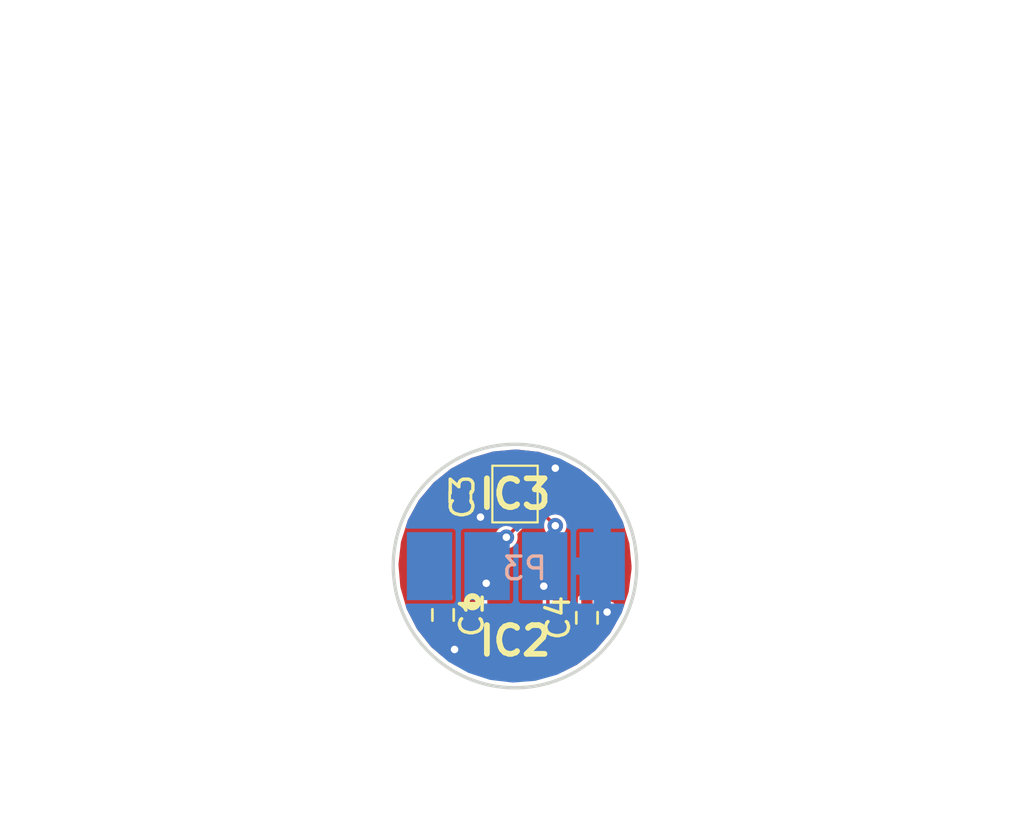
<source format=kicad_pcb>
(kicad_pcb (version 4) (host pcbnew 4.0.5)

  (general
    (links 19)
    (no_connects 2)
    (area 90.05 64.05 135.250001 100.450001)
    (thickness 1.6)
    (drawings 1)
    (tracks 43)
    (zones 0)
    (modules 6)
    (nets 7)
  )

  (page A4)
  (layers
    (0 F.Cu signal)
    (31 B.Cu signal)
    (36 B.SilkS user hide)
    (37 F.SilkS user hide)
    (38 B.Mask user hide)
    (39 F.Mask user hide)
    (40 Dwgs.User user hide)
    (42 Eco1.User user hide)
    (43 Eco2.User user hide)
    (44 Edge.Cuts user)
  )

  (setup
    (last_trace_width 0.1524)
    (trace_clearance 0.1524)
    (zone_clearance 0.1524)
    (zone_45_only yes)
    (trace_min 0.1524)
    (segment_width 0.2)
    (edge_width 0.15)
    (via_size 0.6858)
    (via_drill 0.3302)
    (via_min_size 0.6858)
    (via_min_drill 0.3302)
    (uvia_size 0.6858)
    (uvia_drill 0.3302)
    (uvias_allowed no)
    (uvia_min_size 0)
    (uvia_min_drill 0)
    (pcb_text_width 0.3)
    (pcb_text_size 1.5 1.5)
    (mod_edge_width 0.15)
    (mod_text_size 1 1)
    (mod_text_width 0.15)
    (pad_size 1.524 1.524)
    (pad_drill 0.762)
    (pad_to_mask_clearance 0.2)
    (aux_axis_origin 0 0)
    (visible_elements 7FFCD609)
    (pcbplotparams
      (layerselection 0x00030_80000001)
      (usegerberextensions false)
      (excludeedgelayer true)
      (linewidth 0.100000)
      (plotframeref false)
      (viasonmask false)
      (mode 1)
      (useauxorigin false)
      (hpglpennumber 1)
      (hpglpenspeed 20)
      (hpglpendiameter 15)
      (hpglpenoverlay 2)
      (psnegative false)
      (psa4output false)
      (plotreference true)
      (plotvalue true)
      (plotinvisibletext false)
      (padsonsilk false)
      (subtractmaskfromsilk false)
      (outputformat 1)
      (mirror false)
      (drillshape 1)
      (scaleselection 1)
      (outputdirectory ""))
  )

  (net 0 "")
  (net 1 GND)
  (net 2 "Net-(IC2-Pad3)")
  (net 3 "Net-(IC2-Pad4)")
  (net 4 VCC)
  (net 5 SDA)
  (net 6 SCL)

  (net_class Default "This is the default net class."
    (clearance 0.1524)
    (trace_width 0.1524)
    (via_dia 0.6858)
    (via_drill 0.3302)
    (uvia_dia 0.6858)
    (uvia_drill 0.3302)
    (add_net GND)
    (add_net "Net-(IC2-Pad3)")
    (add_net "Net-(IC2-Pad4)")
    (add_net SCL)
    (add_net SDA)
    (add_net VCC)
  )

  (module myLibrary:Conn_1x4_SMD (layer B.Cu) (tedit 5A3C33D1) (tstamp 5A3C332C)
    (at 112.903 90.932)
    (path /5A3CDF26)
    (fp_text reference P3 (at 0.3 -1.8) (layer B.SilkS)
      (effects (font (size 1 1) (thickness 0.15)) (justify mirror))
    )
    (fp_text value CONN_01X04 (at 0 0.5) (layer B.Fab) hide
      (effects (font (size 1 1) (thickness 0.15)) (justify mirror))
    )
    (fp_line (start 4.9 -0.25) (end -5.05 -0.25) (layer B.CrtYd) (width 0.15))
    (fp_line (start -5.05 -0.25) (end -5.05 -3.55) (layer B.CrtYd) (width 0.15))
    (fp_line (start -5.05 -3.55) (end 4.9 -3.55) (layer B.CrtYd) (width 0.15))
    (fp_line (start 4.9 -0.25) (end 4.9 -3.55) (layer B.CrtYd) (width 0.15))
    (pad 4 smd rect (at 3.72 -1.9) (size 2 3) (layers B.Cu B.Mask)
      (net 1 GND))
    (pad 1 smd rect (at -3.9 -1.9) (size 2 3) (layers B.Cu B.Mask)
      (net 4 VCC))
    (pad 2 smd rect (at -1.36 -1.9) (size 2 3) (layers B.Cu B.Mask)
      (net 5 SDA))
    (pad 3 smd rect (at 1.18 -1.9) (size 2 3) (layers B.Cu B.Mask)
      (net 6 SCL))
  )

  (module SON100P300X300X80-7N (layer F.Cu) (tedit 5A398D6B) (tstamp 5A3C08DE)
    (at 112.776 92.329)
    (descr "3x3 6-pin DFN_1")
    (tags "Integrated Circuit")
    (path /5A39C3A4)
    (attr smd)
    (fp_text reference IC2 (at 0 0) (layer F.SilkS)
      (effects (font (size 1.27 1.27) (thickness 0.254)))
    )
    (fp_text value Si7020-A20-GM (at 0 0) (layer F.SilkS) hide
      (effects (font (size 1.27 1.27) (thickness 0.254)))
    )
    (fp_line (start -2.125 -1.75) (end 2.125 -1.75) (layer Dwgs.User) (width 0.05))
    (fp_line (start 2.125 -1.75) (end 2.125 1.75) (layer Dwgs.User) (width 0.05))
    (fp_line (start 2.125 1.75) (end -2.125 1.75) (layer Dwgs.User) (width 0.05))
    (fp_line (start -2.125 1.75) (end -2.125 -1.75) (layer Dwgs.User) (width 0.05))
    (fp_line (start -1.5 -1.5) (end 1.5 -1.5) (layer Dwgs.User) (width 0.1))
    (fp_line (start 1.5 -1.5) (end 1.5 1.5) (layer Dwgs.User) (width 0.1))
    (fp_line (start 1.5 1.5) (end -1.5 1.5) (layer Dwgs.User) (width 0.1))
    (fp_line (start -1.5 1.5) (end -1.5 -1.5) (layer Dwgs.User) (width 0.1))
    (fp_line (start -1.5 -0.75) (end -0.75 -1.5) (layer Dwgs.User) (width 0.1))
    (fp_circle (center -1.875 -1.725) (end -1.75 -1.725) (layer F.SilkS) (width 0.254))
    (pad 1 smd rect (at -1.45 -1 90) (size 0.45 0.85) (layers F.Cu F.Mask)
      (net 5 SDA))
    (pad 2 smd rect (at -1.45 0 90) (size 0.45 0.85) (layers F.Cu F.Mask)
      (net 1 GND))
    (pad 3 smd rect (at -1.45 1 90) (size 0.45 0.85) (layers F.Cu F.Mask)
      (net 2 "Net-(IC2-Pad3)"))
    (pad 4 smd rect (at 1.45 1 90) (size 0.45 0.85) (layers F.Cu F.Mask)
      (net 3 "Net-(IC2-Pad4)"))
    (pad 5 smd rect (at 1.45 0 90) (size 0.45 0.85) (layers F.Cu F.Mask)
      (net 4 VCC))
    (pad 6 smd rect (at 1.45 -1 90) (size 0.45 0.85) (layers F.Cu F.Mask)
      (net 6 SCL))
    (pad 7 smd rect (at 0 0) (size 1.6 2.5) (layers F.Cu F.Mask)
      (net 1 GND))
  )

  (module 8-PIN-METAL-LID-LGA (layer F.Cu) (tedit 5A398CAC) (tstamp 5A3C08F2)
    (at 112.776 85.852)
    (descr "8-pin metal-lid LGA")
    (tags "Integrated Circuit")
    (path /5A39C4CC)
    (attr smd)
    (fp_text reference IC3 (at 0 0) (layer F.SilkS)
      (effects (font (size 1.27 1.27) (thickness 0.254)))
    )
    (fp_text value bmp280 (at 0 0) (layer F.SilkS) hide
      (effects (font (size 1.27 1.27) (thickness 0.254)))
    )
    (fp_line (start -1 -1.25) (end 1 -1.25) (layer F.SilkS) (width 0.1))
    (fp_line (start 1 -1.25) (end 1 1.25) (layer F.SilkS) (width 0.1))
    (fp_line (start 1 1.25) (end -1 1.25) (layer F.SilkS) (width 0.1))
    (fp_line (start -1 1.25) (end -1 -1.25) (layer F.SilkS) (width 0.1))
    (fp_line (start -1 -1.25) (end 1 -1.25) (layer Dwgs.User) (width 0.1))
    (fp_line (start 1 -1.25) (end 1 1.25) (layer Dwgs.User) (width 0.1))
    (fp_line (start 1 1.25) (end -1 1.25) (layer Dwgs.User) (width 0.1))
    (fp_line (start -1 1.25) (end -1 -1.25) (layer Dwgs.User) (width 0.1))
    (pad 1 smd rect (at 0.8 -0.975 90) (size 0.35 0.5) (layers F.Cu F.Mask)
      (net 1 GND))
    (pad 2 smd rect (at 0.8 -0.325 90) (size 0.35 0.5) (layers F.Cu F.Mask)
      (net 4 VCC))
    (pad 3 smd rect (at 0.8 0.325 90) (size 0.35 0.5) (layers F.Cu F.Mask)
      (net 5 SDA))
    (pad 4 smd rect (at 0.8 0.975 90) (size 0.35 0.5) (layers F.Cu F.Mask)
      (net 6 SCL))
    (pad 5 smd rect (at -0.8 0.975 90) (size 0.35 0.5) (layers F.Cu F.Mask)
      (net 1 GND))
    (pad 6 smd rect (at -0.8 0.325 90) (size 0.35 0.5) (layers F.Cu F.Mask)
      (net 4 VCC))
    (pad 7 smd rect (at -0.8 -0.325 90) (size 0.35 0.5) (layers F.Cu F.Mask)
      (net 1 GND))
    (pad 8 smd rect (at -0.8 -0.975 90) (size 0.35 0.5) (layers F.Cu F.Mask)
      (net 4 VCC))
  )

  (module Capacitors_SMD:C_0402 (layer F.Cu) (tedit 5A3C3548) (tstamp 5A3C26FD)
    (at 110.363 85.979 270)
    (descr "Capacitor SMD 0402, reflow soldering, AVX (see smccp.pdf)")
    (tags "capacitor 0402")
    (path /5A3C29A7)
    (attr smd)
    (fp_text reference C3 (at 0 -0.1 270) (layer F.SilkS)
      (effects (font (size 1 1) (thickness 0.15)))
    )
    (fp_text value C (at 0 1.27 270) (layer F.Fab) hide
      (effects (font (size 1 1) (thickness 0.15)))
    )
    (fp_text user %R (at 0 -1.27 270) (layer F.Fab) hide
      (effects (font (size 1 1) (thickness 0.15)))
    )
    (fp_line (start -0.5 0.25) (end -0.5 -0.25) (layer F.Fab) (width 0.1))
    (fp_line (start 0.5 0.25) (end -0.5 0.25) (layer F.Fab) (width 0.1))
    (fp_line (start 0.5 -0.25) (end 0.5 0.25) (layer F.Fab) (width 0.1))
    (fp_line (start -0.5 -0.25) (end 0.5 -0.25) (layer F.Fab) (width 0.1))
    (fp_line (start 0.25 -0.47) (end -0.25 -0.47) (layer F.SilkS) (width 0.12))
    (fp_line (start -0.25 0.47) (end 0.25 0.47) (layer F.SilkS) (width 0.12))
    (fp_line (start -1 -0.4) (end 1 -0.4) (layer F.CrtYd) (width 0.05))
    (fp_line (start -1 -0.4) (end -1 0.4) (layer F.CrtYd) (width 0.05))
    (fp_line (start 1 0.4) (end 1 -0.4) (layer F.CrtYd) (width 0.05))
    (fp_line (start 1 0.4) (end -1 0.4) (layer F.CrtYd) (width 0.05))
    (pad 1 smd rect (at -0.55 0 270) (size 0.6 0.5) (layers F.Cu F.Mask)
      (net 4 VCC))
    (pad 2 smd rect (at 0.55 0 270) (size 0.6 0.5) (layers F.Cu F.Mask)
      (net 1 GND))
    (model Capacitors_SMD.3dshapes/C_0402.wrl
      (at (xyz 0 0 0))
      (scale (xyz 1 1 1))
      (rotate (xyz 0 0 0))
    )
  )

  (module Capacitors_SMD:C_0402 (layer F.Cu) (tedit 58AA841A) (tstamp 5A554939)
    (at 109.601 91.186 270)
    (descr "Capacitor SMD 0402, reflow soldering, AVX (see smccp.pdf)")
    (tags "capacitor 0402")
    (path /5A5556D8)
    (attr smd)
    (fp_text reference C1 (at 0 -1.27 270) (layer F.SilkS)
      (effects (font (size 1 1) (thickness 0.15)))
    )
    (fp_text value C (at 0 1.27 270) (layer F.Fab)
      (effects (font (size 1 1) (thickness 0.15)))
    )
    (fp_text user %R (at 0 -1.27 270) (layer F.Fab)
      (effects (font (size 1 1) (thickness 0.15)))
    )
    (fp_line (start -0.5 0.25) (end -0.5 -0.25) (layer F.Fab) (width 0.1))
    (fp_line (start 0.5 0.25) (end -0.5 0.25) (layer F.Fab) (width 0.1))
    (fp_line (start 0.5 -0.25) (end 0.5 0.25) (layer F.Fab) (width 0.1))
    (fp_line (start -0.5 -0.25) (end 0.5 -0.25) (layer F.Fab) (width 0.1))
    (fp_line (start 0.25 -0.47) (end -0.25 -0.47) (layer F.SilkS) (width 0.12))
    (fp_line (start -0.25 0.47) (end 0.25 0.47) (layer F.SilkS) (width 0.12))
    (fp_line (start -1 -0.4) (end 1 -0.4) (layer F.CrtYd) (width 0.05))
    (fp_line (start -1 -0.4) (end -1 0.4) (layer F.CrtYd) (width 0.05))
    (fp_line (start 1 0.4) (end 1 -0.4) (layer F.CrtYd) (width 0.05))
    (fp_line (start 1 0.4) (end -1 0.4) (layer F.CrtYd) (width 0.05))
    (pad 1 smd rect (at -0.55 0 270) (size 0.6 0.5) (layers F.Cu F.Mask)
      (net 4 VCC))
    (pad 2 smd rect (at 0.55 0 270) (size 0.6 0.5) (layers F.Cu F.Mask)
      (net 1 GND))
    (model Capacitors_SMD.3dshapes/C_0402.wrl
      (at (xyz 0 0 0))
      (scale (xyz 1 1 1))
      (rotate (xyz 0 0 0))
    )
  )

  (module Capacitors_SMD:C_0402 (layer F.Cu) (tedit 58AA841A) (tstamp 5A55494A)
    (at 115.951 91.313 90)
    (descr "Capacitor SMD 0402, reflow soldering, AVX (see smccp.pdf)")
    (tags "capacitor 0402")
    (path /5A3C2BE8)
    (attr smd)
    (fp_text reference C4 (at 0 -1.27 90) (layer F.SilkS)
      (effects (font (size 1 1) (thickness 0.15)))
    )
    (fp_text value C (at 0 1.27 90) (layer F.Fab)
      (effects (font (size 1 1) (thickness 0.15)))
    )
    (fp_text user %R (at 0 -1.27 90) (layer F.Fab)
      (effects (font (size 1 1) (thickness 0.15)))
    )
    (fp_line (start -0.5 0.25) (end -0.5 -0.25) (layer F.Fab) (width 0.1))
    (fp_line (start 0.5 0.25) (end -0.5 0.25) (layer F.Fab) (width 0.1))
    (fp_line (start 0.5 -0.25) (end 0.5 0.25) (layer F.Fab) (width 0.1))
    (fp_line (start -0.5 -0.25) (end 0.5 -0.25) (layer F.Fab) (width 0.1))
    (fp_line (start 0.25 -0.47) (end -0.25 -0.47) (layer F.SilkS) (width 0.12))
    (fp_line (start -0.25 0.47) (end 0.25 0.47) (layer F.SilkS) (width 0.12))
    (fp_line (start -1 -0.4) (end 1 -0.4) (layer F.CrtYd) (width 0.05))
    (fp_line (start -1 -0.4) (end -1 0.4) (layer F.CrtYd) (width 0.05))
    (fp_line (start 1 0.4) (end 1 -0.4) (layer F.CrtYd) (width 0.05))
    (fp_line (start 1 0.4) (end -1 0.4) (layer F.CrtYd) (width 0.05))
    (pad 1 smd rect (at -0.55 0 90) (size 0.6 0.5) (layers F.Cu F.Mask)
      (net 4 VCC))
    (pad 2 smd rect (at 0.55 0 90) (size 0.6 0.5) (layers F.Cu F.Mask)
      (net 1 GND))
    (model Capacitors_SMD.3dshapes/C_0402.wrl
      (at (xyz 0 0 0))
      (scale (xyz 1 1 1))
      (rotate (xyz 0 0 0))
    )
  )

  (gr_circle (center 112.776 89.027) (end 118.11 88.392) (layer Edge.Cuts) (width 0.15))

  (segment (start 111.326 92.329) (end 110.49 92.329) (width 0.1524) (layer F.Cu) (net 1) (status 400000))
  (segment (start 109.601 92.202) (end 110.109 92.71) (width 0.1524) (layer F.Cu) (net 1) (tstamp 5A555213))
  (via (at 110.109 92.71) (size 0.6858) (drill 0.3302) (layers F.Cu B.Cu) (net 1))
  (segment (start 109.601 92.202) (end 109.601 91.736) (width 0.1524) (layer F.Cu) (net 1) (status 800000))
  (segment (start 110.49 92.329) (end 110.109 92.71) (width 0.1524) (layer F.Cu) (net 1) (tstamp 5A555218))
  (segment (start 115.951 90.763) (end 116.544 90.763) (width 0.1524) (layer F.Cu) (net 1) (status 400000))
  (segment (start 116.623 90.842) (end 116.623 89.032) (width 0.1524) (layer B.Cu) (net 1) (tstamp 5A555210) (status 800000))
  (segment (start 116.84 91.059) (end 116.623 90.842) (width 0.1524) (layer B.Cu) (net 1) (tstamp 5A55520F))
  (via (at 116.84 91.059) (size 0.6858) (drill 0.3302) (layers F.Cu B.Cu) (net 1))
  (segment (start 116.544 90.763) (end 116.84 91.059) (width 0.1524) (layer F.Cu) (net 1) (tstamp 5A55520C))
  (segment (start 110.363 86.529) (end 110.913 86.529) (width 0.1524) (layer F.Cu) (net 1) (status 400000))
  (segment (start 111.293 86.827) (end 111.252 86.868) (width 0.1524) (layer F.Cu) (net 1) (tstamp 5A555204))
  (via (at 111.252 86.868) (size 0.6858) (drill 0.3302) (layers F.Cu B.Cu) (net 1))
  (segment (start 111.293 86.827) (end 111.976 86.827) (width 0.1524) (layer F.Cu) (net 1) (status 800000))
  (segment (start 110.913 86.529) (end 111.252 86.868) (width 0.1524) (layer F.Cu) (net 1) (tstamp 5A555209))
  (segment (start 111.976 85.527) (end 112.593 85.527) (width 0.1524) (layer F.Cu) (net 1) (status 400000))
  (segment (start 113.243 84.877) (end 113.576 84.877) (width 0.1524) (layer F.Cu) (net 1) (tstamp 5A555201) (status 800000))
  (segment (start 112.593 85.527) (end 113.243 84.877) (width 0.1524) (layer F.Cu) (net 1) (tstamp 5A555200))
  (segment (start 113.576 84.877) (end 114.386 84.877) (width 0.1524) (layer F.Cu) (net 1) (status 400000))
  (via (at 114.554 84.709) (size 0.6858) (drill 0.3302) (layers F.Cu B.Cu) (net 1))
  (segment (start 114.386 84.877) (end 114.554 84.709) (width 0.1524) (layer F.Cu) (net 1) (tstamp 5A5551FB))
  (segment (start 113.576 86.177) (end 113.467 86.177) (width 0.1524) (layer F.Cu) (net 5) (status C00000))
  (segment (start 113.467 86.177) (end 113.03 86.614) (width 0.1524) (layer F.Cu) (net 5) (tstamp 5A5551F2) (status 400000))
  (segment (start 113.03 86.614) (end 113.03 87.122) (width 0.1524) (layer F.Cu) (net 5) (tstamp 5A5551F3))
  (segment (start 113.03 87.122) (end 112.395 87.757) (width 0.1524) (layer F.Cu) (net 5) (tstamp 5A5551F4))
  (via (at 112.395 87.757) (size 0.6858) (drill 0.3302) (layers F.Cu B.Cu) (net 5))
  (segment (start 112.395 87.757) (end 111.543 88.609) (width 0.1524) (layer B.Cu) (net 5) (tstamp 5A5551F7) (status 800000))
  (segment (start 111.543 88.609) (end 111.543 89.032) (width 0.1524) (layer B.Cu) (net 5) (tstamp 5A5551F8) (status C00000))
  (segment (start 111.326 91.329) (end 111.326 89.969) (width 0.1524) (layer F.Cu) (net 5) (status 400000))
  (segment (start 111.506 89.789) (end 111.543 89.752) (width 0.1524) (layer B.Cu) (net 5) (tstamp 5A5551E0) (status 800000))
  (via (at 111.506 89.789) (size 0.6858) (drill 0.3302) (layers F.Cu B.Cu) (net 5))
  (segment (start 111.326 89.969) (end 111.506 89.789) (width 0.1524) (layer F.Cu) (net 5) (tstamp 5A5551DD))
  (segment (start 111.543 89.752) (end 111.543 89.032) (width 0.1524) (layer B.Cu) (net 5) (tstamp 5A5551E1) (status C00000))
  (segment (start 113.576 86.827) (end 114.132 86.827) (width 0.1524) (layer F.Cu) (net 6) (status 400000))
  (segment (start 114.554 87.249) (end 114.083 87.72) (width 0.1524) (layer B.Cu) (net 6) (tstamp 5A5551EE) (status 800000))
  (via (at 114.554 87.249) (size 0.6858) (drill 0.3302) (layers F.Cu B.Cu) (net 6))
  (segment (start 114.132 86.827) (end 114.554 87.249) (width 0.1524) (layer F.Cu) (net 6) (tstamp 5A5551EB))
  (segment (start 114.083 87.72) (end 114.083 89.032) (width 0.1524) (layer B.Cu) (net 6) (tstamp 5A5551EF) (status C00000))
  (segment (start 114.226 91.329) (end 114.226 90.096) (width 0.1524) (layer F.Cu) (net 6) (status 400000))
  (segment (start 114.046 89.916) (end 114.083 89.879) (width 0.1524) (layer B.Cu) (net 6) (tstamp 5A5551E7) (status 800000))
  (via (at 114.046 89.916) (size 0.6858) (drill 0.3302) (layers F.Cu B.Cu) (net 6))
  (segment (start 114.226 90.096) (end 114.046 89.916) (width 0.1524) (layer F.Cu) (net 6) (tstamp 5A5551E4))
  (segment (start 114.083 89.879) (end 114.083 89.032) (width 0.1524) (layer B.Cu) (net 6) (tstamp 5A5551E8) (status C00000))

  (zone (net 4) (net_name VCC) (layer F.Cu) (tstamp 5A3D3C6B) (hatch edge 0.508)
    (connect_pads (clearance 0.1524))
    (min_thickness 0.1524)
    (fill yes (arc_segments 32) (thermal_gap 0.1524) (thermal_bridge_width 0.254))
    (polygon
      (pts
        (xy 134.35 100.45) (xy 90.05 100.45) (xy 90.05 65.05) (xy 134.35 65.05)
      )
    )
    (filled_polygon
      (pts
        (xy 113.795076 84.062449) (xy 114.272453 84.210222) (xy 114.194163 84.261453) (xy 114.114087 84.33987) (xy 114.050768 84.432346)
        (xy 114.006616 84.53536) (xy 114.002209 84.556091) (xy 113.998116 84.549879) (xy 113.948922 84.507951) (xy 113.889995 84.481388)
        (xy 113.826 84.472294) (xy 113.326 84.472294) (xy 113.289596 84.475197) (xy 113.227852 84.494318) (xy 113.173879 84.529884)
        (xy 113.131951 84.579078) (xy 113.124002 84.596712) (xy 113.101944 84.608441) (xy 113.076994 84.621374) (xy 113.075743 84.622372)
        (xy 113.074326 84.623126) (xy 113.052483 84.640941) (xy 113.030505 84.658485) (xy 113.028276 84.660683) (xy 113.028227 84.660723)
        (xy 113.028189 84.660769) (xy 113.027474 84.661474) (xy 112.466748 85.2222) (xy 112.412825 85.2222) (xy 112.399424 85.201865)
        (xy 112.403565 85.197724) (xy 112.428583 85.160283) (xy 112.445815 85.11868) (xy 112.4546 85.074515) (xy 112.4546 84.98495)
        (xy 112.39745 84.9278) (xy 112.0268 84.9278) (xy 112.0268 84.9478) (xy 111.9252 84.9478) (xy 111.9252 84.9278)
        (xy 111.55455 84.9278) (xy 111.4974 84.98495) (xy 111.4974 85.074515) (xy 111.506185 85.11868) (xy 111.523417 85.160283)
        (xy 111.548435 85.197724) (xy 111.553963 85.203252) (xy 111.531951 85.229078) (xy 111.505388 85.288005) (xy 111.496294 85.352)
        (xy 111.496294 85.702) (xy 111.499197 85.738404) (xy 111.518318 85.800148) (xy 111.552576 85.852135) (xy 111.548435 85.856276)
        (xy 111.523417 85.893717) (xy 111.506185 85.93532) (xy 111.4974 85.979485) (xy 111.4974 86.06905) (xy 111.55455 86.1262)
        (xy 111.9252 86.1262) (xy 111.9252 86.1062) (xy 112.0268 86.1062) (xy 112.0268 86.1262) (xy 112.39745 86.1262)
        (xy 112.4546 86.06905) (xy 112.4546 85.979485) (xy 112.445815 85.93532) (xy 112.428583 85.893717) (xy 112.403565 85.856276)
        (xy 112.398037 85.850748) (xy 112.414187 85.8318) (xy 112.593 85.8318) (xy 112.621012 85.829053) (xy 112.649069 85.826599)
        (xy 112.65061 85.826151) (xy 112.652203 85.825995) (xy 112.679168 85.817854) (xy 112.706193 85.810002) (xy 112.707613 85.809266)
        (xy 112.70915 85.808802) (xy 112.734056 85.795559) (xy 112.759006 85.782626) (xy 112.760257 85.781628) (xy 112.761674 85.780874)
        (xy 112.783548 85.763035) (xy 112.805495 85.745514) (xy 112.807722 85.743319) (xy 112.807773 85.743277) (xy 112.807812 85.74323)
        (xy 112.808526 85.742526) (xy 113.114701 85.436351) (xy 113.15455 85.4762) (xy 113.5252 85.4762) (xy 113.5252 85.4562)
        (xy 113.6268 85.4562) (xy 113.6268 85.4762) (xy 113.99745 85.4762) (xy 114.0546 85.41905) (xy 114.0546 85.329485)
        (xy 114.045815 85.28532) (xy 114.028583 85.243717) (xy 114.003565 85.206276) (xy 113.998037 85.200748) (xy 114.014187 85.1818)
        (xy 114.232849 85.1818) (xy 114.273839 85.210289) (xy 114.376542 85.255158) (xy 114.486005 85.279225) (xy 114.598057 85.281572)
        (xy 114.708431 85.262111) (xy 114.812923 85.221581) (xy 114.907553 85.161527) (xy 114.988716 85.084237) (xy 115.053321 84.992654)
        (xy 115.098906 84.890266) (xy 115.123737 84.780974) (xy 115.125524 84.652962) (xy 115.105668 84.552679) (xy 115.610026 84.825384)
        (xy 116.372151 85.455868) (xy 116.997299 86.222376) (xy 117.461659 87.095711) (xy 117.747544 88.042608) (xy 117.844065 89.027)
        (xy 117.842089 89.168509) (xy 117.71812 90.149822) (xy 117.410526 91.074487) (xy 117.411524 91.002962) (xy 117.389755 90.893019)
        (xy 117.347046 90.789399) (xy 117.285023 90.696048) (xy 117.20605 90.616521) (xy 117.113134 90.553849) (xy 117.009815 90.510417)
        (xy 116.900027 90.487881) (xy 116.787953 90.487098) (xy 116.701969 90.503501) (xy 116.6887 90.496386) (xy 116.664073 90.482848)
        (xy 116.662553 90.482366) (xy 116.661134 90.481605) (xy 116.634121 90.473347) (xy 116.607371 90.464861) (xy 116.605781 90.464683)
        (xy 116.604245 90.464213) (xy 116.576201 90.461365) (xy 116.548256 90.45823) (xy 116.545121 90.458208) (xy 116.545063 90.458202)
        (xy 116.545009 90.458207) (xy 116.544 90.4582) (xy 116.430323 90.4582) (xy 116.427803 90.426596) (xy 116.408682 90.364852)
        (xy 116.373116 90.310879) (xy 116.323922 90.268951) (xy 116.264995 90.242388) (xy 116.201 90.233294) (xy 115.701 90.233294)
        (xy 115.664596 90.236197) (xy 115.602852 90.255318) (xy 115.548879 90.290884) (xy 115.506951 90.340078) (xy 115.480388 90.399005)
        (xy 115.471294 90.463) (xy 115.471294 91.063) (xy 115.474197 91.099404) (xy 115.493318 91.161148) (xy 115.528884 91.215121)
        (xy 115.578078 91.257049) (xy 115.637005 91.283612) (xy 115.701 91.292706) (xy 116.201 91.292706) (xy 116.237404 91.289803)
        (xy 116.299148 91.270682) (xy 116.307057 91.26547) (xy 116.329239 91.321495) (xy 116.389952 91.415703) (xy 116.467807 91.496325)
        (xy 116.559839 91.560289) (xy 116.662542 91.605158) (xy 116.772005 91.629225) (xy 116.884057 91.631572) (xy 116.994431 91.612111)
        (xy 117.098923 91.571581) (xy 117.149716 91.539347) (xy 116.917343 91.948396) (xy 116.271037 92.69715) (xy 115.491605 93.306109)
        (xy 114.870856 93.619672) (xy 114.871612 93.617995) (xy 114.880706 93.554) (xy 114.880706 93.104) (xy 114.877803 93.067596)
        (xy 114.858682 93.005852) (xy 114.823116 92.951879) (xy 114.773922 92.909951) (xy 114.714995 92.883388) (xy 114.651 92.874294)
        (xy 113.805706 92.874294) (xy 113.805706 92.7826) (xy 114.11805 92.7826) (xy 114.1752 92.72545) (xy 114.1752 92.3798)
        (xy 114.2768 92.3798) (xy 114.2768 92.72545) (xy 114.33395 92.7826) (xy 114.673515 92.7826) (xy 114.71768 92.773815)
        (xy 114.759283 92.756583) (xy 114.796724 92.731565) (xy 114.828565 92.699724) (xy 114.853583 92.662283) (xy 114.870815 92.62068)
        (xy 114.8796 92.576515) (xy 114.8796 92.43695) (xy 114.82245 92.3798) (xy 114.2768 92.3798) (xy 114.1752 92.3798)
        (xy 114.1552 92.3798) (xy 114.1552 92.2782) (xy 114.1752 92.2782) (xy 114.1752 91.93255) (xy 114.2768 91.93255)
        (xy 114.2768 92.2782) (xy 114.82245 92.2782) (xy 114.8796 92.22105) (xy 114.8796 92.081485) (xy 114.870815 92.03732)
        (xy 114.853583 91.995717) (xy 114.837034 91.97095) (xy 115.4724 91.97095) (xy 115.4724 92.185515) (xy 115.481185 92.22968)
        (xy 115.498417 92.271283) (xy 115.523435 92.308724) (xy 115.555276 92.340565) (xy 115.592717 92.365583) (xy 115.63432 92.382815)
        (xy 115.678485 92.3916) (xy 115.84305 92.3916) (xy 115.9002 92.33445) (xy 115.9002 91.9138) (xy 116.0018 91.9138)
        (xy 116.0018 92.33445) (xy 116.05895 92.3916) (xy 116.223515 92.3916) (xy 116.26768 92.382815) (xy 116.309283 92.365583)
        (xy 116.346724 92.340565) (xy 116.378565 92.308724) (xy 116.403583 92.271283) (xy 116.420815 92.22968) (xy 116.4296 92.185515)
        (xy 116.4296 91.97095) (xy 116.37245 91.9138) (xy 116.0018 91.9138) (xy 115.9002 91.9138) (xy 115.52955 91.9138)
        (xy 115.4724 91.97095) (xy 114.837034 91.97095) (xy 114.828565 91.958276) (xy 114.796724 91.926435) (xy 114.759283 91.901417)
        (xy 114.71768 91.884185) (xy 114.673515 91.8754) (xy 114.33395 91.8754) (xy 114.2768 91.93255) (xy 114.1752 91.93255)
        (xy 114.11805 91.8754) (xy 113.805706 91.8754) (xy 113.805706 91.783706) (xy 114.651 91.783706) (xy 114.687404 91.780803)
        (xy 114.749148 91.761682) (xy 114.803121 91.726116) (xy 114.845049 91.676922) (xy 114.871612 91.617995) (xy 114.880706 91.554)
        (xy 114.880706 91.540485) (xy 115.4724 91.540485) (xy 115.4724 91.75505) (xy 115.52955 91.8122) (xy 115.9002 91.8122)
        (xy 115.9002 91.39155) (xy 116.0018 91.39155) (xy 116.0018 91.8122) (xy 116.37245 91.8122) (xy 116.4296 91.75505)
        (xy 116.4296 91.540485) (xy 116.420815 91.49632) (xy 116.403583 91.454717) (xy 116.378565 91.417276) (xy 116.346724 91.385435)
        (xy 116.309283 91.360417) (xy 116.26768 91.343185) (xy 116.223515 91.3344) (xy 116.05895 91.3344) (xy 116.0018 91.39155)
        (xy 115.9002 91.39155) (xy 115.84305 91.3344) (xy 115.678485 91.3344) (xy 115.63432 91.343185) (xy 115.592717 91.360417)
        (xy 115.555276 91.385435) (xy 115.523435 91.417276) (xy 115.498417 91.454717) (xy 115.481185 91.49632) (xy 115.4724 91.540485)
        (xy 114.880706 91.540485) (xy 114.880706 91.104) (xy 114.877803 91.067596) (xy 114.858682 91.005852) (xy 114.823116 90.951879)
        (xy 114.773922 90.909951) (xy 114.714995 90.883388) (xy 114.651 90.874294) (xy 114.5308 90.874294) (xy 114.5308 90.220239)
        (xy 114.545321 90.199654) (xy 114.590906 90.097266) (xy 114.615737 89.987974) (xy 114.617524 89.859962) (xy 114.595755 89.750019)
        (xy 114.553046 89.646399) (xy 114.491023 89.553048) (xy 114.41205 89.473521) (xy 114.319134 89.410849) (xy 114.215815 89.367417)
        (xy 114.106027 89.344881) (xy 113.993953 89.344098) (xy 113.883861 89.3651) (xy 113.779945 89.407084) (xy 113.686163 89.468453)
        (xy 113.606087 89.54687) (xy 113.542768 89.639346) (xy 113.498616 89.74236) (xy 113.475314 89.851987) (xy 113.473749 89.964053)
        (xy 113.493981 90.074289) (xy 113.535239 90.178495) (xy 113.595952 90.272703) (xy 113.673807 90.353325) (xy 113.765839 90.417289)
        (xy 113.868542 90.462158) (xy 113.9212 90.473736) (xy 113.9212 90.874294) (xy 113.801 90.874294) (xy 113.764596 90.877197)
        (xy 113.709752 90.894181) (xy 113.698922 90.884951) (xy 113.639995 90.858388) (xy 113.576 90.849294) (xy 111.976 90.849294)
        (xy 111.939596 90.852197) (xy 111.877852 90.871318) (xy 111.841443 90.89531) (xy 111.814995 90.883388) (xy 111.751 90.874294)
        (xy 111.6308 90.874294) (xy 111.6308 90.347335) (xy 111.660431 90.342111) (xy 111.764923 90.301581) (xy 111.859553 90.241527)
        (xy 111.940716 90.164237) (xy 112.005321 90.072654) (xy 112.050906 89.970266) (xy 112.075737 89.860974) (xy 112.077524 89.732962)
        (xy 112.055755 89.623019) (xy 112.013046 89.519399) (xy 111.951023 89.426048) (xy 111.87205 89.346521) (xy 111.779134 89.283849)
        (xy 111.675815 89.240417) (xy 111.566027 89.217881) (xy 111.453953 89.217098) (xy 111.343861 89.2381) (xy 111.239945 89.280084)
        (xy 111.146163 89.341453) (xy 111.066087 89.41987) (xy 111.002768 89.512346) (xy 110.958616 89.61536) (xy 110.935314 89.724987)
        (xy 110.933749 89.837053) (xy 110.953981 89.947289) (xy 110.995239 90.051495) (xy 111.0212 90.091779) (xy 111.0212 90.874294)
        (xy 110.901 90.874294) (xy 110.864596 90.877197) (xy 110.802852 90.896318) (xy 110.748879 90.931884) (xy 110.706951 90.981078)
        (xy 110.680388 91.040005) (xy 110.671294 91.104) (xy 110.671294 91.554) (xy 110.674197 91.590404) (xy 110.693318 91.652148)
        (xy 110.728884 91.706121) (xy 110.778078 91.748049) (xy 110.837005 91.774612) (xy 110.901 91.783706) (xy 111.746294 91.783706)
        (xy 111.746294 91.874294) (xy 110.901 91.874294) (xy 110.864596 91.877197) (xy 110.802852 91.896318) (xy 110.748879 91.931884)
        (xy 110.706951 91.981078) (xy 110.687513 92.0242) (xy 110.49 92.0242) (xy 110.461988 92.026947) (xy 110.433931 92.029401)
        (xy 110.43239 92.029849) (xy 110.430797 92.030005) (xy 110.403832 92.038146) (xy 110.376807 92.045998) (xy 110.375387 92.046734)
        (xy 110.37385 92.047198) (xy 110.348944 92.060441) (xy 110.323994 92.073374) (xy 110.322743 92.074372) (xy 110.321326 92.075126)
        (xy 110.299477 92.092946) (xy 110.277504 92.110486) (xy 110.275276 92.112683) (xy 110.275227 92.112723) (xy 110.275189 92.112769)
        (xy 110.274474 92.113474) (xy 110.235435 92.152513) (xy 110.169027 92.138881) (xy 110.056953 92.138098) (xy 110.054199 92.138623)
        (xy 110.071612 92.099995) (xy 110.080706 92.036) (xy 110.080706 91.436) (xy 110.077803 91.399596) (xy 110.058682 91.337852)
        (xy 110.023116 91.283879) (xy 109.973922 91.241951) (xy 109.914995 91.215388) (xy 109.851 91.206294) (xy 109.351 91.206294)
        (xy 109.314596 91.209197) (xy 109.252852 91.228318) (xy 109.198879 91.263884) (xy 109.156951 91.313078) (xy 109.130388 91.372005)
        (xy 109.121294 91.436) (xy 109.121294 92.036) (xy 109.124197 92.072404) (xy 109.143318 92.134148) (xy 109.178884 92.188121)
        (xy 109.228078 92.230049) (xy 109.287005 92.256612) (xy 109.301579 92.258683) (xy 109.301849 92.25961) (xy 109.302005 92.261203)
        (xy 109.310146 92.288168) (xy 109.317998 92.315193) (xy 109.318734 92.316613) (xy 109.319198 92.31815) (xy 109.332441 92.343056)
        (xy 109.345374 92.368006) (xy 109.346372 92.369257) (xy 109.347126 92.370674) (xy 109.364965 92.392548) (xy 109.382486 92.414495)
        (xy 109.384681 92.416722) (xy 109.384723 92.416773) (xy 109.38477 92.416812) (xy 109.385474 92.417526) (xy 109.55157 92.583622)
        (xy 109.538314 92.645987) (xy 109.536749 92.758053) (xy 109.556981 92.868289) (xy 109.582291 92.932215) (xy 109.130339 92.547574)
        (xy 108.515954 91.772412) (xy 108.063832 90.892679) (xy 108.021185 90.74395) (xy 109.1224 90.74395) (xy 109.1224 90.958515)
        (xy 109.131185 91.00268) (xy 109.148417 91.044283) (xy 109.173435 91.081724) (xy 109.205276 91.113565) (xy 109.242717 91.138583)
        (xy 109.28432 91.155815) (xy 109.328485 91.1646) (xy 109.49305 91.1646) (xy 109.5502 91.10745) (xy 109.5502 90.6868)
        (xy 109.6518 90.6868) (xy 109.6518 91.10745) (xy 109.70895 91.1646) (xy 109.873515 91.1646) (xy 109.91768 91.155815)
        (xy 109.959283 91.138583) (xy 109.996724 91.113565) (xy 110.028565 91.081724) (xy 110.053583 91.044283) (xy 110.070815 91.00268)
        (xy 110.0796 90.958515) (xy 110.0796 90.74395) (xy 110.02245 90.6868) (xy 109.6518 90.6868) (xy 109.5502 90.6868)
        (xy 109.17955 90.6868) (xy 109.1224 90.74395) (xy 108.021185 90.74395) (xy 107.897752 90.313485) (xy 109.1224 90.313485)
        (xy 109.1224 90.52805) (xy 109.17955 90.5852) (xy 109.5502 90.5852) (xy 109.5502 90.16455) (xy 109.6518 90.16455)
        (xy 109.6518 90.5852) (xy 110.02245 90.5852) (xy 110.0796 90.52805) (xy 110.0796 90.313485) (xy 110.070815 90.26932)
        (xy 110.053583 90.227717) (xy 110.028565 90.190276) (xy 109.996724 90.158435) (xy 109.959283 90.133417) (xy 109.91768 90.116185)
        (xy 109.873515 90.1074) (xy 109.70895 90.1074) (xy 109.6518 90.16455) (xy 109.5502 90.16455) (xy 109.49305 90.1074)
        (xy 109.328485 90.1074) (xy 109.28432 90.116185) (xy 109.242717 90.133417) (xy 109.205276 90.158435) (xy 109.173435 90.190276)
        (xy 109.148417 90.227717) (xy 109.131185 90.26932) (xy 109.1224 90.313485) (xy 107.897752 90.313485) (xy 107.791196 89.941883)
        (xy 107.708429 88.956239) (xy 107.818684 87.97329) (xy 108.117762 87.030477) (xy 108.558378 86.229) (xy 109.883294 86.229)
        (xy 109.883294 86.829) (xy 109.886197 86.865404) (xy 109.905318 86.927148) (xy 109.940884 86.981121) (xy 109.990078 87.023049)
        (xy 110.049005 87.049612) (xy 110.113 87.058706) (xy 110.613 87.058706) (xy 110.649404 87.055803) (xy 110.704866 87.038627)
        (xy 110.741239 87.130495) (xy 110.801952 87.224703) (xy 110.879807 87.305325) (xy 110.971839 87.369289) (xy 111.074542 87.414158)
        (xy 111.184005 87.438225) (xy 111.296057 87.440572) (xy 111.406431 87.421111) (xy 111.510923 87.380581) (xy 111.605553 87.320527)
        (xy 111.686716 87.243237) (xy 111.697688 87.227683) (xy 111.726 87.231706) (xy 112.169483 87.231706) (xy 112.128945 87.248084)
        (xy 112.035163 87.309453) (xy 111.955087 87.38787) (xy 111.891768 87.480346) (xy 111.847616 87.58336) (xy 111.824314 87.692987)
        (xy 111.822749 87.805053) (xy 111.842981 87.915289) (xy 111.884239 88.019495) (xy 111.944952 88.113703) (xy 112.022807 88.194325)
        (xy 112.114839 88.258289) (xy 112.217542 88.303158) (xy 112.327005 88.327225) (xy 112.439057 88.329572) (xy 112.549431 88.310111)
        (xy 112.653923 88.269581) (xy 112.748553 88.209527) (xy 112.829716 88.132237) (xy 112.894321 88.040654) (xy 112.939906 87.938266)
        (xy 112.964737 87.828974) (xy 112.966524 87.700962) (xy 112.952569 87.630483) (xy 113.245526 87.337526) (xy 113.263397 87.31577)
        (xy 113.281495 87.294202) (xy 113.282268 87.292797) (xy 113.283285 87.291558) (xy 113.296613 87.266701) (xy 113.310152 87.242073)
        (xy 113.310635 87.24055) (xy 113.311395 87.239133) (xy 113.314179 87.230026) (xy 113.326 87.231706) (xy 113.826 87.231706)
        (xy 113.862404 87.228803) (xy 113.924148 87.209682) (xy 113.978121 87.174116) (xy 113.988118 87.162387) (xy 113.983314 87.184987)
        (xy 113.981749 87.297053) (xy 114.001981 87.407289) (xy 114.043239 87.511495) (xy 114.103952 87.605703) (xy 114.181807 87.686325)
        (xy 114.273839 87.750289) (xy 114.376542 87.795158) (xy 114.486005 87.819225) (xy 114.598057 87.821572) (xy 114.708431 87.802111)
        (xy 114.812923 87.761581) (xy 114.907553 87.701527) (xy 114.988716 87.624237) (xy 115.053321 87.532654) (xy 115.098906 87.430266)
        (xy 115.123737 87.320974) (xy 115.125524 87.192962) (xy 115.103755 87.083019) (xy 115.061046 86.979399) (xy 114.999023 86.886048)
        (xy 114.92005 86.806521) (xy 114.827134 86.743849) (xy 114.723815 86.700417) (xy 114.614027 86.677881) (xy 114.501953 86.677098)
        (xy 114.427377 86.691325) (xy 114.347526 86.611474) (xy 114.325775 86.593607) (xy 114.304202 86.575505) (xy 114.302796 86.574732)
        (xy 114.301559 86.573716) (xy 114.2767 86.560386) (xy 114.252073 86.546848) (xy 114.250553 86.546366) (xy 114.249134 86.545605)
        (xy 114.222121 86.537347) (xy 114.195371 86.528861) (xy 114.193781 86.528683) (xy 114.192245 86.528213) (xy 114.164201 86.525365)
        (xy 114.136256 86.52223) (xy 114.133121 86.522208) (xy 114.133063 86.522202) (xy 114.133009 86.522207) (xy 114.132 86.5222)
        (xy 114.012825 86.5222) (xy 113.998405 86.500317) (xy 114.020049 86.474922) (xy 114.046612 86.415995) (xy 114.055706 86.352)
        (xy 114.055706 86.002) (xy 114.052803 85.965596) (xy 114.033682 85.903852) (xy 113.999424 85.851865) (xy 114.003565 85.847724)
        (xy 114.028583 85.810283) (xy 114.045815 85.76868) (xy 114.0546 85.724515) (xy 114.0546 85.63495) (xy 113.99745 85.5778)
        (xy 113.6268 85.5778) (xy 113.6268 85.5978) (xy 113.5252 85.5978) (xy 113.5252 85.5778) (xy 113.15455 85.5778)
        (xy 113.0974 85.63495) (xy 113.0974 85.724515) (xy 113.106185 85.76868) (xy 113.123417 85.810283) (xy 113.148435 85.847724)
        (xy 113.153963 85.853252) (xy 113.131951 85.879078) (xy 113.105388 85.938005) (xy 113.096294 86.002) (xy 113.096294 86.116654)
        (xy 112.814474 86.398474) (xy 112.796607 86.420225) (xy 112.778505 86.441798) (xy 112.777732 86.443204) (xy 112.776716 86.444441)
        (xy 112.763386 86.4693) (xy 112.749848 86.493927) (xy 112.749366 86.495447) (xy 112.748605 86.496866) (xy 112.740347 86.523879)
        (xy 112.731861 86.550629) (xy 112.731683 86.552219) (xy 112.731213 86.553755) (xy 112.728365 86.581799) (xy 112.72523 86.609744)
        (xy 112.725208 86.612879) (xy 112.725202 86.612937) (xy 112.725207 86.612991) (xy 112.7252 86.614) (xy 112.7252 86.995748)
        (xy 112.521435 87.199513) (xy 112.455027 87.185881) (xy 112.361261 87.185226) (xy 112.378121 87.174116) (xy 112.420049 87.124922)
        (xy 112.446612 87.065995) (xy 112.455706 87.002) (xy 112.455706 86.652) (xy 112.452803 86.615596) (xy 112.433682 86.553852)
        (xy 112.399424 86.501865) (xy 112.403565 86.497724) (xy 112.428583 86.460283) (xy 112.445815 86.41868) (xy 112.4546 86.374515)
        (xy 112.4546 86.28495) (xy 112.39745 86.2278) (xy 112.0268 86.2278) (xy 112.0268 86.2478) (xy 111.9252 86.2478)
        (xy 111.9252 86.2278) (xy 111.55455 86.2278) (xy 111.4974 86.28495) (xy 111.4974 86.351191) (xy 111.421815 86.319417)
        (xy 111.312027 86.296881) (xy 111.199953 86.296098) (xy 111.124821 86.310431) (xy 111.106775 86.295607) (xy 111.085202 86.277505)
        (xy 111.083796 86.276732) (xy 111.082559 86.275716) (xy 111.0577 86.262386) (xy 111.033073 86.248848) (xy 111.031553 86.248366)
        (xy 111.030134 86.247605) (xy 111.003121 86.239347) (xy 110.976371 86.230861) (xy 110.974781 86.230683) (xy 110.973245 86.230213)
        (xy 110.945201 86.227365) (xy 110.917256 86.22423) (xy 110.914121 86.224208) (xy 110.914063 86.224202) (xy 110.914009 86.224207)
        (xy 110.913 86.2242) (xy 110.842323 86.2242) (xy 110.839803 86.192596) (xy 110.820682 86.130852) (xy 110.785116 86.076879)
        (xy 110.735922 86.034951) (xy 110.676995 86.008388) (xy 110.613 85.999294) (xy 110.113 85.999294) (xy 110.076596 86.002197)
        (xy 110.014852 86.021318) (xy 109.960879 86.056884) (xy 109.918951 86.106078) (xy 109.892388 86.165005) (xy 109.883294 86.229)
        (xy 108.558378 86.229) (xy 108.594271 86.163711) (xy 109.120185 85.53695) (xy 109.8844 85.53695) (xy 109.8844 85.751515)
        (xy 109.893185 85.79568) (xy 109.910417 85.837283) (xy 109.935435 85.874724) (xy 109.967276 85.906565) (xy 110.004717 85.931583)
        (xy 110.04632 85.948815) (xy 110.090485 85.9576) (xy 110.25505 85.9576) (xy 110.3122 85.90045) (xy 110.3122 85.4798)
        (xy 110.4138 85.4798) (xy 110.4138 85.90045) (xy 110.47095 85.9576) (xy 110.635515 85.9576) (xy 110.67968 85.948815)
        (xy 110.721283 85.931583) (xy 110.758724 85.906565) (xy 110.790565 85.874724) (xy 110.815583 85.837283) (xy 110.832815 85.79568)
        (xy 110.8416 85.751515) (xy 110.8416 85.53695) (xy 110.78445 85.4798) (xy 110.4138 85.4798) (xy 110.3122 85.4798)
        (xy 109.94155 85.4798) (xy 109.8844 85.53695) (xy 109.120185 85.53695) (xy 109.230061 85.406006) (xy 109.602589 85.106485)
        (xy 109.8844 85.106485) (xy 109.8844 85.32105) (xy 109.94155 85.3782) (xy 110.3122 85.3782) (xy 110.3122 84.95755)
        (xy 110.4138 84.95755) (xy 110.4138 85.3782) (xy 110.78445 85.3782) (xy 110.8416 85.32105) (xy 110.8416 85.106485)
        (xy 110.832815 85.06232) (xy 110.815583 85.020717) (xy 110.790565 84.983276) (xy 110.758724 84.951435) (xy 110.721283 84.926417)
        (xy 110.67968 84.909185) (xy 110.635515 84.9004) (xy 110.47095 84.9004) (xy 110.4138 84.95755) (xy 110.3122 84.95755)
        (xy 110.25505 84.9004) (xy 110.090485 84.9004) (xy 110.04632 84.909185) (xy 110.004717 84.926417) (xy 109.967276 84.951435)
        (xy 109.935435 84.983276) (xy 109.910417 85.020717) (xy 109.893185 85.06232) (xy 109.8844 85.106485) (xy 109.602589 85.106485)
        (xy 110.000914 84.786224) (xy 110.205086 84.679485) (xy 111.4974 84.679485) (xy 111.4974 84.76905) (xy 111.55455 84.8262)
        (xy 111.9252 84.8262) (xy 111.9252 84.53055) (xy 112.0268 84.53055) (xy 112.0268 84.8262) (xy 112.39745 84.8262)
        (xy 112.4546 84.76905) (xy 112.4546 84.679485) (xy 112.445815 84.63532) (xy 112.428583 84.593717) (xy 112.403565 84.556276)
        (xy 112.371724 84.524435) (xy 112.334283 84.499417) (xy 112.29268 84.482185) (xy 112.248515 84.4734) (xy 112.08395 84.4734)
        (xy 112.0268 84.53055) (xy 111.9252 84.53055) (xy 111.86805 84.4734) (xy 111.703485 84.4734) (xy 111.65932 84.482185)
        (xy 111.617717 84.499417) (xy 111.580276 84.524435) (xy 111.548435 84.556276) (xy 111.523417 84.593717) (xy 111.506185 84.63532)
        (xy 111.4974 84.679485) (xy 110.205086 84.679485) (xy 110.877469 84.327972) (xy 111.826339 84.048704) (xy 112.811381 83.959059)
      )
    )
  )
  (zone (net 1) (net_name GND) (layer B.Cu) (tstamp 5A3D3C76) (hatch edge 0.508)
    (connect_pads (clearance 0.1524))
    (min_thickness 0.1524)
    (fill yes (arc_segments 32) (thermal_gap 0.1524) (thermal_bridge_width 0.762))
    (polygon
      (pts
        (xy 135.25 99.45) (xy 90.95 99.45) (xy 90.95 64.05) (xy 135.25 64.05)
      )
    )
    (filled_polygon
      (pts
        (xy 113.795076 84.062449) (xy 114.739954 84.354938) (xy 115.610026 84.825384) (xy 116.372151 85.455868) (xy 116.997299 86.222376)
        (xy 117.461659 87.095711) (xy 117.524364 87.3034) (xy 116.98495 87.3034) (xy 116.9278 87.36055) (xy 116.9278 88.7272)
        (xy 116.9478 88.7272) (xy 116.9478 89.3368) (xy 116.9278 89.3368) (xy 116.9278 90.70345) (xy 116.98495 90.7606)
        (xy 117.514942 90.7606) (xy 117.405908 91.088368) (xy 116.917343 91.948396) (xy 116.271037 92.69715) (xy 115.491605 93.306109)
        (xy 114.608737 93.752078) (xy 113.65606 94.01807) (xy 112.669862 94.093953) (xy 111.687707 93.976839) (xy 110.747005 93.671186)
        (xy 109.883587 93.188638) (xy 109.130339 92.547574) (xy 108.515954 91.772412) (xy 108.063832 90.892679) (xy 108.026276 90.761706)
        (xy 110.003 90.761706) (xy 110.039404 90.758803) (xy 110.101148 90.739682) (xy 110.155121 90.704116) (xy 110.197049 90.654922)
        (xy 110.223612 90.595995) (xy 110.232706 90.532) (xy 110.232706 87.532) (xy 110.313294 87.532) (xy 110.313294 90.532)
        (xy 110.316197 90.568404) (xy 110.335318 90.630148) (xy 110.370884 90.684121) (xy 110.420078 90.726049) (xy 110.479005 90.752612)
        (xy 110.543 90.761706) (xy 112.543 90.761706) (xy 112.579404 90.758803) (xy 112.641148 90.739682) (xy 112.695121 90.704116)
        (xy 112.737049 90.654922) (xy 112.763612 90.595995) (xy 112.772706 90.532) (xy 112.772706 88.186527) (xy 112.829716 88.132237)
        (xy 112.853294 88.098813) (xy 112.853294 90.532) (xy 112.856197 90.568404) (xy 112.875318 90.630148) (xy 112.910884 90.684121)
        (xy 112.960078 90.726049) (xy 113.019005 90.752612) (xy 113.083 90.761706) (xy 115.083 90.761706) (xy 115.119404 90.758803)
        (xy 115.181148 90.739682) (xy 115.235121 90.704116) (xy 115.277049 90.654922) (xy 115.303612 90.595995) (xy 115.312706 90.532)
        (xy 115.312706 89.39395) (xy 115.3944 89.39395) (xy 115.3944 90.554515) (xy 115.403185 90.59868) (xy 115.420417 90.640283)
        (xy 115.445435 90.677724) (xy 115.477276 90.709565) (xy 115.514717 90.734583) (xy 115.55632 90.751815) (xy 115.600485 90.7606)
        (xy 116.26105 90.7606) (xy 116.3182 90.70345) (xy 116.3182 89.3368) (xy 115.45155 89.3368) (xy 115.3944 89.39395)
        (xy 115.312706 89.39395) (xy 115.312706 87.532) (xy 115.310911 87.509485) (xy 115.3944 87.509485) (xy 115.3944 88.67005)
        (xy 115.45155 88.7272) (xy 116.3182 88.7272) (xy 116.3182 87.36055) (xy 116.26105 87.3034) (xy 115.600485 87.3034)
        (xy 115.55632 87.312185) (xy 115.514717 87.329417) (xy 115.477276 87.354435) (xy 115.445435 87.386276) (xy 115.420417 87.423717)
        (xy 115.403185 87.46532) (xy 115.3944 87.509485) (xy 115.310911 87.509485) (xy 115.309803 87.495596) (xy 115.290682 87.433852)
        (xy 115.255116 87.379879) (xy 115.205922 87.337951) (xy 115.146995 87.311388) (xy 115.123917 87.308108) (xy 115.125524 87.192962)
        (xy 115.103755 87.083019) (xy 115.061046 86.979399) (xy 114.999023 86.886048) (xy 114.92005 86.806521) (xy 114.827134 86.743849)
        (xy 114.723815 86.700417) (xy 114.614027 86.677881) (xy 114.501953 86.677098) (xy 114.391861 86.6981) (xy 114.287945 86.740084)
        (xy 114.194163 86.801453) (xy 114.114087 86.87987) (xy 114.050768 86.972346) (xy 114.006616 87.07536) (xy 113.983314 87.184987)
        (xy 113.981749 87.297053) (xy 113.982711 87.302294) (xy 113.083 87.302294) (xy 113.046596 87.305197) (xy 112.984852 87.324318)
        (xy 112.930879 87.359884) (xy 112.888951 87.409078) (xy 112.87321 87.443998) (xy 112.840023 87.394048) (xy 112.76105 87.314521)
        (xy 112.668134 87.251849) (xy 112.564815 87.208417) (xy 112.455027 87.185881) (xy 112.342953 87.185098) (xy 112.232861 87.2061)
        (xy 112.128945 87.248084) (xy 112.046103 87.302294) (xy 110.543 87.302294) (xy 110.506596 87.305197) (xy 110.444852 87.324318)
        (xy 110.390879 87.359884) (xy 110.348951 87.409078) (xy 110.322388 87.468005) (xy 110.313294 87.532) (xy 110.232706 87.532)
        (xy 110.229803 87.495596) (xy 110.210682 87.433852) (xy 110.175116 87.379879) (xy 110.125922 87.337951) (xy 110.066995 87.311388)
        (xy 110.003 87.302294) (xy 108.031537 87.302294) (xy 108.117762 87.030477) (xy 108.594271 86.163711) (xy 109.230061 85.406006)
        (xy 110.000914 84.786224) (xy 110.877469 84.327972) (xy 111.826339 84.048704) (xy 112.811381 83.959059)
      )
    )
  )
)

</source>
